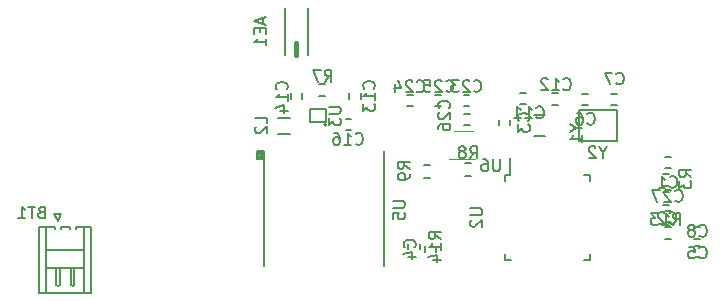
<source format=gbr>
G04 #@! TF.FileFunction,Legend,Bot*
%FSLAX46Y46*%
G04 Gerber Fmt 4.6, Leading zero omitted, Abs format (unit mm)*
G04 Created by KiCad (PCBNEW 4.0.5+dfsg1-4~bpo8+1) date Wed Feb  7 22:28:11 2018*
%MOMM*%
%LPD*%
G01*
G04 APERTURE LIST*
%ADD10C,0.100000*%
%ADD11C,0.150000*%
%ADD12C,0.200000*%
%ADD13C,0.400000*%
%ADD14C,0.120000*%
G04 APERTURE END LIST*
D10*
D11*
X145375000Y-113145000D02*
G75*
G03X145375000Y-113145000I-100000J0D01*
G01*
X145375000Y-112870000D02*
X145375000Y-111795000D01*
X145375000Y-111770000D02*
X144025000Y-111770000D01*
X144025000Y-111770000D02*
X144025000Y-112845000D01*
X144025000Y-112870000D02*
X145375000Y-112870000D01*
D12*
X139970000Y-115940000D02*
X139970000Y-115540000D01*
X139970000Y-115540000D02*
X139620000Y-115540000D01*
X139620000Y-115540000D02*
X139620000Y-115840000D01*
X139620000Y-115840000D02*
X139820000Y-115840000D01*
X139820000Y-115840000D02*
X139820000Y-115640000D01*
X139820000Y-115640000D02*
X139720000Y-115640000D01*
X140120000Y-115390000D02*
X139470000Y-115390000D01*
X139470000Y-115390000D02*
X139470000Y-115990000D01*
X139470000Y-115990000D02*
X140120000Y-115990000D01*
X150220000Y-125090000D02*
X150220000Y-115390000D01*
X140120000Y-123440000D02*
X140120000Y-115390000D01*
X140120000Y-125090000D02*
X140120000Y-123440000D01*
D13*
X142830000Y-107240000D02*
X142830000Y-106240000D01*
D12*
X141830000Y-103240000D02*
X141830000Y-107240000D01*
X143830000Y-107240000D02*
X143830000Y-103240000D01*
D11*
X122380000Y-121920000D02*
X122380000Y-121770000D01*
X122380000Y-121770000D02*
X121080000Y-121770000D01*
X121080000Y-121770000D02*
X121080000Y-127370000D01*
X121080000Y-127370000D02*
X125430000Y-127370000D01*
X125430000Y-127370000D02*
X125430000Y-121770000D01*
X125430000Y-121770000D02*
X124130000Y-121770000D01*
X124130000Y-121770000D02*
X124130000Y-121920000D01*
X121630000Y-125270000D02*
X124880000Y-125270000D01*
X121630000Y-123770000D02*
X124880000Y-123770000D01*
X121630000Y-127370000D02*
X121630000Y-121770000D01*
X124880000Y-127370000D02*
X124880000Y-121770000D01*
X122630000Y-125270000D02*
X122480000Y-125270000D01*
X122480000Y-125270000D02*
X122480000Y-126732500D01*
X122480000Y-126732500D02*
X122630000Y-126770000D01*
X122630000Y-126770000D02*
X122780000Y-126732500D01*
X122780000Y-126732500D02*
X122780000Y-125270000D01*
X122780000Y-125270000D02*
X122630000Y-125270000D01*
X123880000Y-125270000D02*
X123730000Y-125270000D01*
X123730000Y-125270000D02*
X123730000Y-126732500D01*
X123730000Y-126732500D02*
X123880000Y-126770000D01*
X123880000Y-126770000D02*
X124030000Y-126732500D01*
X124030000Y-126732500D02*
X124030000Y-125270000D01*
X124030000Y-125270000D02*
X123880000Y-125270000D01*
X122880000Y-121920000D02*
X122880000Y-121770000D01*
X122880000Y-121770000D02*
X123630000Y-121770000D01*
X123630000Y-121770000D02*
X123630000Y-121920000D01*
X122630000Y-121270000D02*
X122330000Y-120670000D01*
X122330000Y-120670000D02*
X122930000Y-120670000D01*
X122930000Y-120670000D02*
X122630000Y-121270000D01*
X174530000Y-116805000D02*
X174030000Y-116805000D01*
X174030000Y-115855000D02*
X174530000Y-115855000D01*
X174550000Y-122775000D02*
X174050000Y-122775000D01*
X174050000Y-121825000D02*
X174550000Y-121825000D01*
X161790000Y-110455000D02*
X162290000Y-110455000D01*
X162290000Y-111405000D02*
X161790000Y-111405000D01*
X164470000Y-110475000D02*
X164970000Y-110475000D01*
X164970000Y-111425000D02*
X164470000Y-111425000D01*
X147325000Y-110940000D02*
X147325000Y-110440000D01*
X148275000Y-110440000D02*
X148275000Y-110940000D01*
X142355000Y-110970000D02*
X142355000Y-110470000D01*
X143305000Y-110470000D02*
X143305000Y-110970000D01*
X147490000Y-113585000D02*
X146990000Y-113585000D01*
X146990000Y-112635000D02*
X147490000Y-112635000D01*
X156980000Y-110625000D02*
X157480000Y-110625000D01*
X157480000Y-111575000D02*
X156980000Y-111575000D01*
X152670000Y-111575000D02*
X152170000Y-111575000D01*
X152170000Y-110625000D02*
X152670000Y-110625000D01*
X155070000Y-111575000D02*
X154570000Y-111575000D01*
X154570000Y-110625000D02*
X155070000Y-110625000D01*
X156990000Y-112225000D02*
X157490000Y-112225000D01*
X157490000Y-113175000D02*
X156990000Y-113175000D01*
X141280000Y-113875000D02*
X142280000Y-113875000D01*
X142280000Y-112525000D02*
X141280000Y-112525000D01*
X173880000Y-117265000D02*
X174380000Y-117265000D01*
X174380000Y-118315000D02*
X173880000Y-118315000D01*
X144770000Y-109665000D02*
X145270000Y-109665000D01*
X145270000Y-110715000D02*
X144770000Y-110715000D01*
X157590000Y-117445000D02*
X157090000Y-117445000D01*
X157090000Y-116395000D02*
X157590000Y-116395000D01*
X153610000Y-116565000D02*
X154110000Y-116565000D01*
X154110000Y-117615000D02*
X153610000Y-117615000D01*
D14*
X157970000Y-116000000D02*
X155770000Y-116000000D01*
X157770000Y-113700000D02*
X156170000Y-113700000D01*
D11*
X162920000Y-112290000D02*
X163920000Y-112290000D01*
X162920000Y-114090000D02*
X163920000Y-114090000D01*
X153695000Y-123910000D02*
X153695000Y-123410000D01*
X154645000Y-123410000D02*
X154645000Y-123910000D01*
X160895000Y-112690000D02*
X160895000Y-113190000D01*
X159945000Y-113190000D02*
X159945000Y-112690000D01*
X177030000Y-122775000D02*
X176530000Y-122775000D01*
X176530000Y-121825000D02*
X177030000Y-121825000D01*
X167550000Y-111435000D02*
X167050000Y-111435000D01*
X167050000Y-110485000D02*
X167550000Y-110485000D01*
X169510000Y-110485000D02*
X170010000Y-110485000D01*
X170010000Y-111435000D02*
X169510000Y-111435000D01*
X176540000Y-123385000D02*
X177040000Y-123385000D01*
X177040000Y-124335000D02*
X176540000Y-124335000D01*
X174030000Y-120415000D02*
X174530000Y-120415000D01*
X174530000Y-121365000D02*
X174030000Y-121365000D01*
X174360000Y-119895000D02*
X173860000Y-119895000D01*
X173860000Y-118845000D02*
X174360000Y-118845000D01*
X153325000Y-123190000D02*
X153325000Y-123690000D01*
X152275000Y-123690000D02*
X152275000Y-123190000D01*
X160475000Y-117345000D02*
X160925000Y-117345000D01*
X160475000Y-124595000D02*
X161000000Y-124595000D01*
X167725000Y-124595000D02*
X167200000Y-124595000D01*
X167725000Y-117345000D02*
X167200000Y-117345000D01*
X160475000Y-117345000D02*
X160475000Y-117870000D01*
X167725000Y-117345000D02*
X167725000Y-117870000D01*
X167725000Y-124595000D02*
X167725000Y-124070000D01*
X160475000Y-124595000D02*
X160475000Y-124070000D01*
X160925000Y-117345000D02*
X160925000Y-115970000D01*
X166790000Y-114510000D02*
X169990000Y-114510000D01*
X169990000Y-114510000D02*
X169990000Y-111910000D01*
X169990000Y-111910000D02*
X166790000Y-111910000D01*
X166790000Y-111910000D02*
X166790000Y-114510000D01*
X145582381Y-111608095D02*
X146391905Y-111608095D01*
X146487143Y-111655714D01*
X146534762Y-111703333D01*
X146582381Y-111798571D01*
X146582381Y-111989048D01*
X146534762Y-112084286D01*
X146487143Y-112131905D01*
X146391905Y-112179524D01*
X145582381Y-112179524D01*
X145582381Y-112560476D02*
X145582381Y-113179524D01*
X145963333Y-112846190D01*
X145963333Y-112989048D01*
X146010952Y-113084286D01*
X146058571Y-113131905D01*
X146153810Y-113179524D01*
X146391905Y-113179524D01*
X146487143Y-113131905D01*
X146534762Y-113084286D01*
X146582381Y-112989048D01*
X146582381Y-112703333D01*
X146534762Y-112608095D01*
X146487143Y-112560476D01*
X151022381Y-119578095D02*
X151831905Y-119578095D01*
X151927143Y-119625714D01*
X151974762Y-119673333D01*
X152022381Y-119768571D01*
X152022381Y-119959048D01*
X151974762Y-120054286D01*
X151927143Y-120101905D01*
X151831905Y-120149524D01*
X151022381Y-120149524D01*
X151022381Y-121101905D02*
X151022381Y-120625714D01*
X151498571Y-120578095D01*
X151450952Y-120625714D01*
X151403333Y-120720952D01*
X151403333Y-120959048D01*
X151450952Y-121054286D01*
X151498571Y-121101905D01*
X151593810Y-121149524D01*
X151831905Y-121149524D01*
X151927143Y-121101905D01*
X151974762Y-121054286D01*
X152022381Y-120959048D01*
X152022381Y-120720952D01*
X151974762Y-120625714D01*
X151927143Y-120578095D01*
X139996667Y-104073333D02*
X139996667Y-104549524D01*
X140282381Y-103978095D02*
X139282381Y-104311428D01*
X140282381Y-104644762D01*
X139758571Y-104978095D02*
X139758571Y-105311429D01*
X140282381Y-105454286D02*
X140282381Y-104978095D01*
X139282381Y-104978095D01*
X139282381Y-105454286D01*
X140282381Y-106406667D02*
X140282381Y-105835238D01*
X140282381Y-106120952D02*
X139282381Y-106120952D01*
X139425238Y-106025714D01*
X139520476Y-105930476D01*
X139568095Y-105835238D01*
X121225714Y-120538571D02*
X121082857Y-120586190D01*
X121035238Y-120633810D01*
X120987619Y-120729048D01*
X120987619Y-120871905D01*
X121035238Y-120967143D01*
X121082857Y-121014762D01*
X121178095Y-121062381D01*
X121559048Y-121062381D01*
X121559048Y-120062381D01*
X121225714Y-120062381D01*
X121130476Y-120110000D01*
X121082857Y-120157619D01*
X121035238Y-120252857D01*
X121035238Y-120348095D01*
X121082857Y-120443333D01*
X121130476Y-120490952D01*
X121225714Y-120538571D01*
X121559048Y-120538571D01*
X120701905Y-120062381D02*
X120130476Y-120062381D01*
X120416191Y-121062381D02*
X120416191Y-120062381D01*
X119273333Y-121062381D02*
X119844762Y-121062381D01*
X119559048Y-121062381D02*
X119559048Y-120062381D01*
X119654286Y-120205238D01*
X119749524Y-120300476D01*
X119844762Y-120348095D01*
X174446666Y-118387143D02*
X174494285Y-118434762D01*
X174637142Y-118482381D01*
X174732380Y-118482381D01*
X174875238Y-118434762D01*
X174970476Y-118339524D01*
X175018095Y-118244286D01*
X175065714Y-118053810D01*
X175065714Y-117910952D01*
X175018095Y-117720476D01*
X174970476Y-117625238D01*
X174875238Y-117530000D01*
X174732380Y-117482381D01*
X174637142Y-117482381D01*
X174494285Y-117530000D01*
X174446666Y-117577619D01*
X173494285Y-118482381D02*
X174065714Y-118482381D01*
X173780000Y-118482381D02*
X173780000Y-117482381D01*
X173875238Y-117625238D01*
X173970476Y-117720476D01*
X174065714Y-117768095D01*
X174386666Y-121437143D02*
X174434285Y-121484762D01*
X174577142Y-121532381D01*
X174672380Y-121532381D01*
X174815238Y-121484762D01*
X174910476Y-121389524D01*
X174958095Y-121294286D01*
X175005714Y-121103810D01*
X175005714Y-120960952D01*
X174958095Y-120770476D01*
X174910476Y-120675238D01*
X174815238Y-120580000D01*
X174672380Y-120532381D01*
X174577142Y-120532381D01*
X174434285Y-120580000D01*
X174386666Y-120627619D01*
X174005714Y-120627619D02*
X173958095Y-120580000D01*
X173862857Y-120532381D01*
X173624761Y-120532381D01*
X173529523Y-120580000D01*
X173481904Y-120627619D01*
X173434285Y-120722857D01*
X173434285Y-120818095D01*
X173481904Y-120960952D01*
X174053333Y-121532381D01*
X173434285Y-121532381D01*
X163152857Y-112487143D02*
X163200476Y-112534762D01*
X163343333Y-112582381D01*
X163438571Y-112582381D01*
X163581429Y-112534762D01*
X163676667Y-112439524D01*
X163724286Y-112344286D01*
X163771905Y-112153810D01*
X163771905Y-112010952D01*
X163724286Y-111820476D01*
X163676667Y-111725238D01*
X163581429Y-111630000D01*
X163438571Y-111582381D01*
X163343333Y-111582381D01*
X163200476Y-111630000D01*
X163152857Y-111677619D01*
X162200476Y-112582381D02*
X162771905Y-112582381D01*
X162486191Y-112582381D02*
X162486191Y-111582381D01*
X162581429Y-111725238D01*
X162676667Y-111820476D01*
X162771905Y-111868095D01*
X161248095Y-112582381D02*
X161819524Y-112582381D01*
X161533810Y-112582381D02*
X161533810Y-111582381D01*
X161629048Y-111725238D01*
X161724286Y-111820476D01*
X161819524Y-111868095D01*
X165442857Y-110107143D02*
X165490476Y-110154762D01*
X165633333Y-110202381D01*
X165728571Y-110202381D01*
X165871429Y-110154762D01*
X165966667Y-110059524D01*
X166014286Y-109964286D01*
X166061905Y-109773810D01*
X166061905Y-109630952D01*
X166014286Y-109440476D01*
X165966667Y-109345238D01*
X165871429Y-109250000D01*
X165728571Y-109202381D01*
X165633333Y-109202381D01*
X165490476Y-109250000D01*
X165442857Y-109297619D01*
X164490476Y-110202381D02*
X165061905Y-110202381D01*
X164776191Y-110202381D02*
X164776191Y-109202381D01*
X164871429Y-109345238D01*
X164966667Y-109440476D01*
X165061905Y-109488095D01*
X164109524Y-109297619D02*
X164061905Y-109250000D01*
X163966667Y-109202381D01*
X163728571Y-109202381D01*
X163633333Y-109250000D01*
X163585714Y-109297619D01*
X163538095Y-109392857D01*
X163538095Y-109488095D01*
X163585714Y-109630952D01*
X164157143Y-110202381D01*
X163538095Y-110202381D01*
X149372143Y-110062143D02*
X149419762Y-110014524D01*
X149467381Y-109871667D01*
X149467381Y-109776429D01*
X149419762Y-109633571D01*
X149324524Y-109538333D01*
X149229286Y-109490714D01*
X149038810Y-109443095D01*
X148895952Y-109443095D01*
X148705476Y-109490714D01*
X148610238Y-109538333D01*
X148515000Y-109633571D01*
X148467381Y-109776429D01*
X148467381Y-109871667D01*
X148515000Y-110014524D01*
X148562619Y-110062143D01*
X149467381Y-111014524D02*
X149467381Y-110443095D01*
X149467381Y-110728809D02*
X148467381Y-110728809D01*
X148610238Y-110633571D01*
X148705476Y-110538333D01*
X148753095Y-110443095D01*
X148467381Y-111347857D02*
X148467381Y-111966905D01*
X148848333Y-111633571D01*
X148848333Y-111776429D01*
X148895952Y-111871667D01*
X148943571Y-111919286D01*
X149038810Y-111966905D01*
X149276905Y-111966905D01*
X149372143Y-111919286D01*
X149419762Y-111871667D01*
X149467381Y-111776429D01*
X149467381Y-111490714D01*
X149419762Y-111395476D01*
X149372143Y-111347857D01*
X141997143Y-110142143D02*
X142044762Y-110094524D01*
X142092381Y-109951667D01*
X142092381Y-109856429D01*
X142044762Y-109713571D01*
X141949524Y-109618333D01*
X141854286Y-109570714D01*
X141663810Y-109523095D01*
X141520952Y-109523095D01*
X141330476Y-109570714D01*
X141235238Y-109618333D01*
X141140000Y-109713571D01*
X141092381Y-109856429D01*
X141092381Y-109951667D01*
X141140000Y-110094524D01*
X141187619Y-110142143D01*
X142092381Y-111094524D02*
X142092381Y-110523095D01*
X142092381Y-110808809D02*
X141092381Y-110808809D01*
X141235238Y-110713571D01*
X141330476Y-110618333D01*
X141378095Y-110523095D01*
X141425714Y-111951667D02*
X142092381Y-111951667D01*
X141044762Y-111713571D02*
X141759048Y-111475476D01*
X141759048Y-112094524D01*
X147842857Y-114727143D02*
X147890476Y-114774762D01*
X148033333Y-114822381D01*
X148128571Y-114822381D01*
X148271429Y-114774762D01*
X148366667Y-114679524D01*
X148414286Y-114584286D01*
X148461905Y-114393810D01*
X148461905Y-114250952D01*
X148414286Y-114060476D01*
X148366667Y-113965238D01*
X148271429Y-113870000D01*
X148128571Y-113822381D01*
X148033333Y-113822381D01*
X147890476Y-113870000D01*
X147842857Y-113917619D01*
X146890476Y-114822381D02*
X147461905Y-114822381D01*
X147176191Y-114822381D02*
X147176191Y-113822381D01*
X147271429Y-113965238D01*
X147366667Y-114060476D01*
X147461905Y-114108095D01*
X146033333Y-113822381D02*
X146223810Y-113822381D01*
X146319048Y-113870000D01*
X146366667Y-113917619D01*
X146461905Y-114060476D01*
X146509524Y-114250952D01*
X146509524Y-114631905D01*
X146461905Y-114727143D01*
X146414286Y-114774762D01*
X146319048Y-114822381D01*
X146128571Y-114822381D01*
X146033333Y-114774762D01*
X145985714Y-114727143D01*
X145938095Y-114631905D01*
X145938095Y-114393810D01*
X145985714Y-114298571D01*
X146033333Y-114250952D01*
X146128571Y-114203333D01*
X146319048Y-114203333D01*
X146414286Y-114250952D01*
X146461905Y-114298571D01*
X146509524Y-114393810D01*
X157852857Y-110267143D02*
X157900476Y-110314762D01*
X158043333Y-110362381D01*
X158138571Y-110362381D01*
X158281429Y-110314762D01*
X158376667Y-110219524D01*
X158424286Y-110124286D01*
X158471905Y-109933810D01*
X158471905Y-109790952D01*
X158424286Y-109600476D01*
X158376667Y-109505238D01*
X158281429Y-109410000D01*
X158138571Y-109362381D01*
X158043333Y-109362381D01*
X157900476Y-109410000D01*
X157852857Y-109457619D01*
X157471905Y-109457619D02*
X157424286Y-109410000D01*
X157329048Y-109362381D01*
X157090952Y-109362381D01*
X156995714Y-109410000D01*
X156948095Y-109457619D01*
X156900476Y-109552857D01*
X156900476Y-109648095D01*
X156948095Y-109790952D01*
X157519524Y-110362381D01*
X156900476Y-110362381D01*
X156567143Y-109362381D02*
X155948095Y-109362381D01*
X156281429Y-109743333D01*
X156138571Y-109743333D01*
X156043333Y-109790952D01*
X155995714Y-109838571D01*
X155948095Y-109933810D01*
X155948095Y-110171905D01*
X155995714Y-110267143D01*
X156043333Y-110314762D01*
X156138571Y-110362381D01*
X156424286Y-110362381D01*
X156519524Y-110314762D01*
X156567143Y-110267143D01*
X153027857Y-110282143D02*
X153075476Y-110329762D01*
X153218333Y-110377381D01*
X153313571Y-110377381D01*
X153456429Y-110329762D01*
X153551667Y-110234524D01*
X153599286Y-110139286D01*
X153646905Y-109948810D01*
X153646905Y-109805952D01*
X153599286Y-109615476D01*
X153551667Y-109520238D01*
X153456429Y-109425000D01*
X153313571Y-109377381D01*
X153218333Y-109377381D01*
X153075476Y-109425000D01*
X153027857Y-109472619D01*
X152646905Y-109472619D02*
X152599286Y-109425000D01*
X152504048Y-109377381D01*
X152265952Y-109377381D01*
X152170714Y-109425000D01*
X152123095Y-109472619D01*
X152075476Y-109567857D01*
X152075476Y-109663095D01*
X152123095Y-109805952D01*
X152694524Y-110377381D01*
X152075476Y-110377381D01*
X151218333Y-109710714D02*
X151218333Y-110377381D01*
X151456429Y-109329762D02*
X151694524Y-110044048D01*
X151075476Y-110044048D01*
X155502857Y-110267143D02*
X155550476Y-110314762D01*
X155693333Y-110362381D01*
X155788571Y-110362381D01*
X155931429Y-110314762D01*
X156026667Y-110219524D01*
X156074286Y-110124286D01*
X156121905Y-109933810D01*
X156121905Y-109790952D01*
X156074286Y-109600476D01*
X156026667Y-109505238D01*
X155931429Y-109410000D01*
X155788571Y-109362381D01*
X155693333Y-109362381D01*
X155550476Y-109410000D01*
X155502857Y-109457619D01*
X155121905Y-109457619D02*
X155074286Y-109410000D01*
X154979048Y-109362381D01*
X154740952Y-109362381D01*
X154645714Y-109410000D01*
X154598095Y-109457619D01*
X154550476Y-109552857D01*
X154550476Y-109648095D01*
X154598095Y-109790952D01*
X155169524Y-110362381D01*
X154550476Y-110362381D01*
X153645714Y-109362381D02*
X154121905Y-109362381D01*
X154169524Y-109838571D01*
X154121905Y-109790952D01*
X154026667Y-109743333D01*
X153788571Y-109743333D01*
X153693333Y-109790952D01*
X153645714Y-109838571D01*
X153598095Y-109933810D01*
X153598095Y-110171905D01*
X153645714Y-110267143D01*
X153693333Y-110314762D01*
X153788571Y-110362381D01*
X154026667Y-110362381D01*
X154121905Y-110314762D01*
X154169524Y-110267143D01*
X155747143Y-111697143D02*
X155794762Y-111649524D01*
X155842381Y-111506667D01*
X155842381Y-111411429D01*
X155794762Y-111268571D01*
X155699524Y-111173333D01*
X155604286Y-111125714D01*
X155413810Y-111078095D01*
X155270952Y-111078095D01*
X155080476Y-111125714D01*
X154985238Y-111173333D01*
X154890000Y-111268571D01*
X154842381Y-111411429D01*
X154842381Y-111506667D01*
X154890000Y-111649524D01*
X154937619Y-111697143D01*
X154937619Y-112078095D02*
X154890000Y-112125714D01*
X154842381Y-112220952D01*
X154842381Y-112459048D01*
X154890000Y-112554286D01*
X154937619Y-112601905D01*
X155032857Y-112649524D01*
X155128095Y-112649524D01*
X155270952Y-112601905D01*
X155842381Y-112030476D01*
X155842381Y-112649524D01*
X154842381Y-113506667D02*
X154842381Y-113316190D01*
X154890000Y-113220952D01*
X154937619Y-113173333D01*
X155080476Y-113078095D01*
X155270952Y-113030476D01*
X155651905Y-113030476D01*
X155747143Y-113078095D01*
X155794762Y-113125714D01*
X155842381Y-113220952D01*
X155842381Y-113411429D01*
X155794762Y-113506667D01*
X155747143Y-113554286D01*
X155651905Y-113601905D01*
X155413810Y-113601905D01*
X155318571Y-113554286D01*
X155270952Y-113506667D01*
X155223333Y-113411429D01*
X155223333Y-113220952D01*
X155270952Y-113125714D01*
X155318571Y-113078095D01*
X155413810Y-113030476D01*
X140342381Y-113003334D02*
X140342381Y-112527143D01*
X139342381Y-112527143D01*
X139437619Y-113289048D02*
X139390000Y-113336667D01*
X139342381Y-113431905D01*
X139342381Y-113670001D01*
X139390000Y-113765239D01*
X139437619Y-113812858D01*
X139532857Y-113860477D01*
X139628095Y-113860477D01*
X139770952Y-113812858D01*
X140342381Y-113241429D01*
X140342381Y-113860477D01*
X176252381Y-117573334D02*
X175776190Y-117240000D01*
X176252381Y-117001905D02*
X175252381Y-117001905D01*
X175252381Y-117382858D01*
X175300000Y-117478096D01*
X175347619Y-117525715D01*
X175442857Y-117573334D01*
X175585714Y-117573334D01*
X175680952Y-117525715D01*
X175728571Y-117478096D01*
X175776190Y-117382858D01*
X175776190Y-117001905D01*
X175252381Y-117906667D02*
X175252381Y-118525715D01*
X175633333Y-118192381D01*
X175633333Y-118335239D01*
X175680952Y-118430477D01*
X175728571Y-118478096D01*
X175823810Y-118525715D01*
X176061905Y-118525715D01*
X176157143Y-118478096D01*
X176204762Y-118430477D01*
X176252381Y-118335239D01*
X176252381Y-118049524D01*
X176204762Y-117954286D01*
X176157143Y-117906667D01*
X145231666Y-109482381D02*
X145565000Y-109006190D01*
X145803095Y-109482381D02*
X145803095Y-108482381D01*
X145422142Y-108482381D01*
X145326904Y-108530000D01*
X145279285Y-108577619D01*
X145231666Y-108672857D01*
X145231666Y-108815714D01*
X145279285Y-108910952D01*
X145326904Y-108958571D01*
X145422142Y-109006190D01*
X145803095Y-109006190D01*
X144898333Y-108482381D02*
X144231666Y-108482381D01*
X144660238Y-109482381D01*
X157536666Y-115962381D02*
X157870000Y-115486190D01*
X158108095Y-115962381D02*
X158108095Y-114962381D01*
X157727142Y-114962381D01*
X157631904Y-115010000D01*
X157584285Y-115057619D01*
X157536666Y-115152857D01*
X157536666Y-115295714D01*
X157584285Y-115390952D01*
X157631904Y-115438571D01*
X157727142Y-115486190D01*
X158108095Y-115486190D01*
X156965238Y-115390952D02*
X157060476Y-115343333D01*
X157108095Y-115295714D01*
X157155714Y-115200476D01*
X157155714Y-115152857D01*
X157108095Y-115057619D01*
X157060476Y-115010000D01*
X156965238Y-114962381D01*
X156774761Y-114962381D01*
X156679523Y-115010000D01*
X156631904Y-115057619D01*
X156584285Y-115152857D01*
X156584285Y-115200476D01*
X156631904Y-115295714D01*
X156679523Y-115343333D01*
X156774761Y-115390952D01*
X156965238Y-115390952D01*
X157060476Y-115438571D01*
X157108095Y-115486190D01*
X157155714Y-115581429D01*
X157155714Y-115771905D01*
X157108095Y-115867143D01*
X157060476Y-115914762D01*
X156965238Y-115962381D01*
X156774761Y-115962381D01*
X156679523Y-115914762D01*
X156631904Y-115867143D01*
X156584285Y-115771905D01*
X156584285Y-115581429D01*
X156631904Y-115486190D01*
X156679523Y-115438571D01*
X156774761Y-115390952D01*
X152422381Y-116853334D02*
X151946190Y-116520000D01*
X152422381Y-116281905D02*
X151422381Y-116281905D01*
X151422381Y-116662858D01*
X151470000Y-116758096D01*
X151517619Y-116805715D01*
X151612857Y-116853334D01*
X151755714Y-116853334D01*
X151850952Y-116805715D01*
X151898571Y-116758096D01*
X151946190Y-116662858D01*
X151946190Y-116281905D01*
X152422381Y-117329524D02*
X152422381Y-117520000D01*
X152374762Y-117615239D01*
X152327143Y-117662858D01*
X152184286Y-117758096D01*
X151993810Y-117805715D01*
X151612857Y-117805715D01*
X151517619Y-117758096D01*
X151470000Y-117710477D01*
X151422381Y-117615239D01*
X151422381Y-117424762D01*
X151470000Y-117329524D01*
X151517619Y-117281905D01*
X151612857Y-117234286D01*
X151850952Y-117234286D01*
X151946190Y-117281905D01*
X151993810Y-117329524D01*
X152041429Y-117424762D01*
X152041429Y-117615239D01*
X151993810Y-117710477D01*
X151946190Y-117758096D01*
X151850952Y-117805715D01*
X160066905Y-116057381D02*
X160066905Y-116866905D01*
X160019286Y-116962143D01*
X159971667Y-117009762D01*
X159876429Y-117057381D01*
X159685952Y-117057381D01*
X159590714Y-117009762D01*
X159543095Y-116962143D01*
X159495476Y-116866905D01*
X159495476Y-116057381D01*
X158590714Y-116057381D02*
X158781191Y-116057381D01*
X158876429Y-116105000D01*
X158924048Y-116152619D01*
X159019286Y-116295476D01*
X159066905Y-116485952D01*
X159066905Y-116866905D01*
X159019286Y-116962143D01*
X158971667Y-117009762D01*
X158876429Y-117057381D01*
X158685952Y-117057381D01*
X158590714Y-117009762D01*
X158543095Y-116962143D01*
X158495476Y-116866905D01*
X158495476Y-116628810D01*
X158543095Y-116533571D01*
X158590714Y-116485952D01*
X158685952Y-116438333D01*
X158876429Y-116438333D01*
X158971667Y-116485952D01*
X159019286Y-116533571D01*
X159066905Y-116628810D01*
X166516190Y-113403809D02*
X166992381Y-113403809D01*
X165992381Y-113070476D02*
X166516190Y-113403809D01*
X165992381Y-113737143D01*
X166992381Y-114594286D02*
X166992381Y-114022857D01*
X166992381Y-114308571D02*
X165992381Y-114308571D01*
X166135238Y-114213333D01*
X166230476Y-114118095D01*
X166278095Y-114022857D01*
X152827143Y-123493334D02*
X152874762Y-123445715D01*
X152922381Y-123302858D01*
X152922381Y-123207620D01*
X152874762Y-123064762D01*
X152779524Y-122969524D01*
X152684286Y-122921905D01*
X152493810Y-122874286D01*
X152350952Y-122874286D01*
X152160476Y-122921905D01*
X152065238Y-122969524D01*
X151970000Y-123064762D01*
X151922381Y-123207620D01*
X151922381Y-123302858D01*
X151970000Y-123445715D01*
X152017619Y-123493334D01*
X152255714Y-124350477D02*
X152922381Y-124350477D01*
X151874762Y-124112381D02*
X152589048Y-123874286D01*
X152589048Y-124493334D01*
X162477143Y-112773334D02*
X162524762Y-112725715D01*
X162572381Y-112582858D01*
X162572381Y-112487620D01*
X162524762Y-112344762D01*
X162429524Y-112249524D01*
X162334286Y-112201905D01*
X162143810Y-112154286D01*
X162000952Y-112154286D01*
X161810476Y-112201905D01*
X161715238Y-112249524D01*
X161620000Y-112344762D01*
X161572381Y-112487620D01*
X161572381Y-112582858D01*
X161620000Y-112725715D01*
X161667619Y-112773334D01*
X161572381Y-113106667D02*
X161572381Y-113725715D01*
X161953333Y-113392381D01*
X161953333Y-113535239D01*
X162000952Y-113630477D01*
X162048571Y-113678096D01*
X162143810Y-113725715D01*
X162381905Y-113725715D01*
X162477143Y-113678096D01*
X162524762Y-113630477D01*
X162572381Y-113535239D01*
X162572381Y-113249524D01*
X162524762Y-113154286D01*
X162477143Y-113106667D01*
X176946666Y-124357143D02*
X176994285Y-124404762D01*
X177137142Y-124452381D01*
X177232380Y-124452381D01*
X177375238Y-124404762D01*
X177470476Y-124309524D01*
X177518095Y-124214286D01*
X177565714Y-124023810D01*
X177565714Y-123880952D01*
X177518095Y-123690476D01*
X177470476Y-123595238D01*
X177375238Y-123500000D01*
X177232380Y-123452381D01*
X177137142Y-123452381D01*
X176994285Y-123500000D01*
X176946666Y-123547619D01*
X176041904Y-123452381D02*
X176518095Y-123452381D01*
X176565714Y-123928571D01*
X176518095Y-123880952D01*
X176422857Y-123833333D01*
X176184761Y-123833333D01*
X176089523Y-123880952D01*
X176041904Y-123928571D01*
X175994285Y-124023810D01*
X175994285Y-124261905D01*
X176041904Y-124357143D01*
X176089523Y-124404762D01*
X176184761Y-124452381D01*
X176422857Y-124452381D01*
X176518095Y-124404762D01*
X176565714Y-124357143D01*
X167466666Y-113017143D02*
X167514285Y-113064762D01*
X167657142Y-113112381D01*
X167752380Y-113112381D01*
X167895238Y-113064762D01*
X167990476Y-112969524D01*
X168038095Y-112874286D01*
X168085714Y-112683810D01*
X168085714Y-112540952D01*
X168038095Y-112350476D01*
X167990476Y-112255238D01*
X167895238Y-112160000D01*
X167752380Y-112112381D01*
X167657142Y-112112381D01*
X167514285Y-112160000D01*
X167466666Y-112207619D01*
X166609523Y-112112381D02*
X166800000Y-112112381D01*
X166895238Y-112160000D01*
X166942857Y-112207619D01*
X167038095Y-112350476D01*
X167085714Y-112540952D01*
X167085714Y-112921905D01*
X167038095Y-113017143D01*
X166990476Y-113064762D01*
X166895238Y-113112381D01*
X166704761Y-113112381D01*
X166609523Y-113064762D01*
X166561904Y-113017143D01*
X166514285Y-112921905D01*
X166514285Y-112683810D01*
X166561904Y-112588571D01*
X166609523Y-112540952D01*
X166704761Y-112493333D01*
X166895238Y-112493333D01*
X166990476Y-112540952D01*
X167038095Y-112588571D01*
X167085714Y-112683810D01*
X169926666Y-109617143D02*
X169974285Y-109664762D01*
X170117142Y-109712381D01*
X170212380Y-109712381D01*
X170355238Y-109664762D01*
X170450476Y-109569524D01*
X170498095Y-109474286D01*
X170545714Y-109283810D01*
X170545714Y-109140952D01*
X170498095Y-108950476D01*
X170450476Y-108855238D01*
X170355238Y-108760000D01*
X170212380Y-108712381D01*
X170117142Y-108712381D01*
X169974285Y-108760000D01*
X169926666Y-108807619D01*
X169593333Y-108712381D02*
X168926666Y-108712381D01*
X169355238Y-109712381D01*
X176956666Y-122517143D02*
X177004285Y-122564762D01*
X177147142Y-122612381D01*
X177242380Y-122612381D01*
X177385238Y-122564762D01*
X177480476Y-122469524D01*
X177528095Y-122374286D01*
X177575714Y-122183810D01*
X177575714Y-122040952D01*
X177528095Y-121850476D01*
X177480476Y-121755238D01*
X177385238Y-121660000D01*
X177242380Y-121612381D01*
X177147142Y-121612381D01*
X177004285Y-121660000D01*
X176956666Y-121707619D01*
X176385238Y-122040952D02*
X176480476Y-121993333D01*
X176528095Y-121945714D01*
X176575714Y-121850476D01*
X176575714Y-121802857D01*
X176528095Y-121707619D01*
X176480476Y-121660000D01*
X176385238Y-121612381D01*
X176194761Y-121612381D01*
X176099523Y-121660000D01*
X176051904Y-121707619D01*
X176004285Y-121802857D01*
X176004285Y-121850476D01*
X176051904Y-121945714D01*
X176099523Y-121993333D01*
X176194761Y-122040952D01*
X176385238Y-122040952D01*
X176480476Y-122088571D01*
X176528095Y-122136190D01*
X176575714Y-122231429D01*
X176575714Y-122421905D01*
X176528095Y-122517143D01*
X176480476Y-122564762D01*
X176385238Y-122612381D01*
X176194761Y-122612381D01*
X176099523Y-122564762D01*
X176051904Y-122517143D01*
X176004285Y-122421905D01*
X176004285Y-122231429D01*
X176051904Y-122136190D01*
X176099523Y-122088571D01*
X176194761Y-122040952D01*
X174922857Y-119547143D02*
X174970476Y-119594762D01*
X175113333Y-119642381D01*
X175208571Y-119642381D01*
X175351429Y-119594762D01*
X175446667Y-119499524D01*
X175494286Y-119404286D01*
X175541905Y-119213810D01*
X175541905Y-119070952D01*
X175494286Y-118880476D01*
X175446667Y-118785238D01*
X175351429Y-118690000D01*
X175208571Y-118642381D01*
X175113333Y-118642381D01*
X174970476Y-118690000D01*
X174922857Y-118737619D01*
X174541905Y-118737619D02*
X174494286Y-118690000D01*
X174399048Y-118642381D01*
X174160952Y-118642381D01*
X174065714Y-118690000D01*
X174018095Y-118737619D01*
X173970476Y-118832857D01*
X173970476Y-118928095D01*
X174018095Y-119070952D01*
X174589524Y-119642381D01*
X173970476Y-119642381D01*
X173637143Y-118642381D02*
X172970476Y-118642381D01*
X173399048Y-119642381D01*
X174752857Y-121622381D02*
X175086191Y-121146190D01*
X175324286Y-121622381D02*
X175324286Y-120622381D01*
X174943333Y-120622381D01*
X174848095Y-120670000D01*
X174800476Y-120717619D01*
X174752857Y-120812857D01*
X174752857Y-120955714D01*
X174800476Y-121050952D01*
X174848095Y-121098571D01*
X174943333Y-121146190D01*
X175324286Y-121146190D01*
X173800476Y-121622381D02*
X174371905Y-121622381D01*
X174086191Y-121622381D02*
X174086191Y-120622381D01*
X174181429Y-120765238D01*
X174276667Y-120860476D01*
X174371905Y-120908095D01*
X173467143Y-120622381D02*
X172848095Y-120622381D01*
X173181429Y-121003333D01*
X173038571Y-121003333D01*
X172943333Y-121050952D01*
X172895714Y-121098571D01*
X172848095Y-121193810D01*
X172848095Y-121431905D01*
X172895714Y-121527143D01*
X172943333Y-121574762D01*
X173038571Y-121622381D01*
X173324286Y-121622381D01*
X173419524Y-121574762D01*
X173467143Y-121527143D01*
X155052381Y-122797143D02*
X154576190Y-122463809D01*
X155052381Y-122225714D02*
X154052381Y-122225714D01*
X154052381Y-122606667D01*
X154100000Y-122701905D01*
X154147619Y-122749524D01*
X154242857Y-122797143D01*
X154385714Y-122797143D01*
X154480952Y-122749524D01*
X154528571Y-122701905D01*
X154576190Y-122606667D01*
X154576190Y-122225714D01*
X155052381Y-123749524D02*
X155052381Y-123178095D01*
X155052381Y-123463809D02*
X154052381Y-123463809D01*
X154195238Y-123368571D01*
X154290476Y-123273333D01*
X154338095Y-123178095D01*
X154385714Y-124606667D02*
X155052381Y-124606667D01*
X154004762Y-124368571D02*
X154719048Y-124130476D01*
X154719048Y-124749524D01*
X157552381Y-120208095D02*
X158361905Y-120208095D01*
X158457143Y-120255714D01*
X158504762Y-120303333D01*
X158552381Y-120398571D01*
X158552381Y-120589048D01*
X158504762Y-120684286D01*
X158457143Y-120731905D01*
X158361905Y-120779524D01*
X157552381Y-120779524D01*
X157647619Y-121208095D02*
X157600000Y-121255714D01*
X157552381Y-121350952D01*
X157552381Y-121589048D01*
X157600000Y-121684286D01*
X157647619Y-121731905D01*
X157742857Y-121779524D01*
X157838095Y-121779524D01*
X157980952Y-121731905D01*
X158552381Y-121160476D01*
X158552381Y-121779524D01*
X168766191Y-115486190D02*
X168766191Y-115962381D01*
X169099524Y-114962381D02*
X168766191Y-115486190D01*
X168432857Y-114962381D01*
X168147143Y-115057619D02*
X168099524Y-115010000D01*
X168004286Y-114962381D01*
X167766190Y-114962381D01*
X167670952Y-115010000D01*
X167623333Y-115057619D01*
X167575714Y-115152857D01*
X167575714Y-115248095D01*
X167623333Y-115390952D01*
X168194762Y-115962381D01*
X167575714Y-115962381D01*
M02*

</source>
